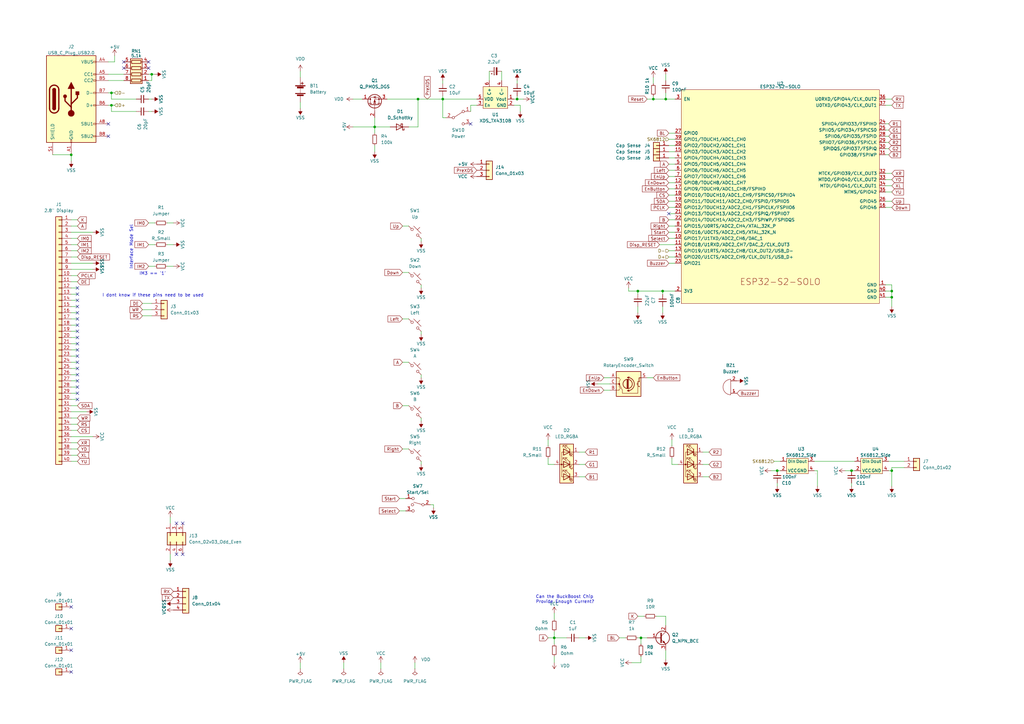
<source format=kicad_sch>
(kicad_sch (version 20211123) (generator eeschema)
  (paper "A3")
  (junction (at 349.25 193.04))
  (junction (at 318.77 193.04))
  (junction (at 181.61 40.64))
  (junction (at 273.05 40.64))
  (junction (at 365.76 121.92))
  (junction (at 171.45 40.64))
  (junction (at 45.72 43.18))
  (junction (at 45.72 38.1))
  (junction (at 227.33 261.62))
  (junction (at 153.67 52.07))
  (junction (at 29.21 63.5))
  (junction (at 365.76 119.38))
  (junction (at 262.89 261.62))
  (junction (at 212.09 40.64))
  (junction (at 365.76 193.04))
  (junction (at 267.97 40.64) (diameter 0.9144))
  (junction (at 261.62 119.38))
  (junction (at 62.23 30.48) (diameter 0.9144))
  (junction (at 271.78 119.38))
  (no_connect (at 31.75 120.65))
  (no_connect (at 29.21 257.81))
  (no_connect (at 31.75 125.73))
  (no_connect (at 193.04 50.8))
  (no_connect (at 29.21 248.92))
  (no_connect (at 31.75 163.83))
  (no_connect (at 31.75 156.21))
  (no_connect (at 31.75 135.89))
  (no_connect (at 74.93 214.63))
  (no_connect (at 31.75 146.05))
  (no_connect (at 72.39 214.63))
  (no_connect (at 31.75 151.13))
  (no_connect (at 50.8 27.94))
  (no_connect (at 31.75 153.67))
  (no_connect (at 31.75 140.97))
  (no_connect (at 31.75 161.29))
  (no_connect (at 31.75 118.11))
  (no_connect (at 50.8 25.4))
  (no_connect (at 29.21 266.7))
  (no_connect (at 44.45 55.88))
  (no_connect (at 31.75 138.43))
  (no_connect (at 60.96 27.94))
  (no_connect (at 31.75 133.35))
  (no_connect (at 31.75 123.19))
  (no_connect (at 31.75 158.75))
  (no_connect (at 44.45 50.8))
  (no_connect (at 74.93 227.33))
  (no_connect (at 31.75 130.81))
  (no_connect (at 31.75 148.59))
  (no_connect (at 60.96 25.4))
  (no_connect (at 274.32 87.63))
  (no_connect (at 72.39 227.33))
  (no_connect (at 29.21 275.59))
  (no_connect (at 31.75 143.51))
  (no_connect (at 31.75 128.27))
  (wire (pts (xy 270.51 100.33) (xy 276.86 100.33)))
  (wire (pts (xy 212.09 33.02) (xy 212.09 34.29)))
  (wire (pts (xy 193.04 43.18) (xy 193.04 45.72)))
  (wire (pts (xy 29.21 120.65) (xy 31.75 120.65)))
  (wire (pts (xy 274.32 59.69) (xy 276.86 59.69)))
  (wire (pts (xy 267.97 31.75) (xy 267.97 34.29)))
  (wire (pts (xy 29.21 123.19) (xy 31.75 123.19)))
  (wire (pts (xy 195.58 43.18) (xy 193.04 43.18)))
  (wire (pts (xy 58.42 124.46) (xy 62.23 124.46)))
  (wire (pts (xy 227.33 261.62) (xy 227.33 264.16)))
  (wire (pts (xy 158.75 40.64) (xy 171.45 40.64)))
  (wire (pts (xy 247.65 154.94) (xy 250.19 154.94)))
  (wire (pts (xy 363.22 50.8) (xy 364.49 50.8)))
  (wire (pts (xy 363.22 82.55) (xy 365.76 82.55)))
  (wire (pts (xy 261.62 252.73) (xy 264.16 252.73)))
  (wire (pts (xy 274.32 102.87) (xy 276.86 102.87)))
  (wire (pts (xy 172.72 189.23) (xy 172.72 190.5)))
  (wire (pts (xy 363.22 76.2) (xy 365.76 76.2)))
  (wire (pts (xy 156.21 271.78) (xy 156.21 274.32)))
  (wire (pts (xy 288.29 190.5) (xy 290.83 190.5)))
  (wire (pts (xy 363.22 40.64) (xy 365.76 40.64)))
  (wire (pts (xy 271.78 119.38) (xy 276.86 119.38)))
  (wire (pts (xy 245.11 157.48) (xy 250.19 157.48)))
  (wire (pts (xy 363.22 63.5) (xy 364.49 63.5)))
  (wire (pts (xy 29.21 171.45) (xy 31.75 171.45)))
  (wire (pts (xy 44.45 30.48) (xy 50.8 30.48)))
  (wire (pts (xy 29.21 173.99) (xy 31.75 173.99)))
  (wire (pts (xy 167.64 52.07) (xy 171.45 52.07)))
  (wire (pts (xy 224.79 187.96) (xy 224.79 190.5)))
  (wire (pts (xy 262.89 261.62) (xy 265.43 261.62)))
  (wire (pts (xy 29.21 143.51) (xy 31.75 143.51)))
  (wire (pts (xy 29.21 135.89) (xy 31.75 135.89)))
  (wire (pts (xy 349.25 193.04) (xy 350.52 193.04)))
  (wire (pts (xy 237.49 190.5) (xy 240.03 190.5)))
  (wire (pts (xy 44.45 38.1) (xy 45.72 38.1)))
  (wire (pts (xy 227.33 251.46) (xy 227.33 254)))
  (wire (pts (xy 29.21 138.43) (xy 31.75 138.43)))
  (wire (pts (xy 153.67 48.26) (xy 153.67 52.07)))
  (wire (pts (xy 68.58 109.22) (xy 71.12 109.22)))
  (wire (pts (xy 274.32 107.95) (xy 276.86 107.95)))
  (wire (pts (xy 349.25 198.12) (xy 349.25 199.39)))
  (wire (pts (xy 153.67 59.69) (xy 153.67 62.23)))
  (wire (pts (xy 274.32 87.63) (xy 276.86 87.63)))
  (wire (pts (xy 210.82 40.64) (xy 212.09 40.64)))
  (wire (pts (xy 213.36 43.18) (xy 210.82 43.18)))
  (wire (pts (xy 265.43 40.64) (xy 267.97 40.64)))
  (wire (pts (xy 29.21 184.15) (xy 31.75 184.15)))
  (wire (pts (xy 365.76 116.84) (xy 365.76 119.38)))
  (wire (pts (xy 29.21 163.83) (xy 31.75 163.83)))
  (wire (pts (xy 363.22 60.96) (xy 364.49 60.96)))
  (wire (pts (xy 29.21 110.49) (xy 38.1 110.49)))
  (wire (pts (xy 172.72 97.79) (xy 172.72 99.06)))
  (wire (pts (xy 123.19 41.91) (xy 123.19 44.45)))
  (wire (pts (xy 363.22 73.66) (xy 365.76 73.66)))
  (wire (pts (xy 29.21 148.59) (xy 31.75 148.59)))
  (wire (pts (xy 44.45 25.4) (xy 46.99 25.4)))
  (wire (pts (xy 165.1 166.37) (xy 167.64 166.37)))
  (wire (pts (xy 29.21 146.05) (xy 31.75 146.05)))
  (wire (pts (xy 274.32 74.93) (xy 276.86 74.93)))
  (wire (pts (xy 29.21 92.71) (xy 31.75 92.71)))
  (wire (pts (xy 29.21 176.53) (xy 31.75 176.53)))
  (wire (pts (xy 205.74 29.21) (xy 205.74 33.02)))
  (wire (pts (xy 172.72 116.84) (xy 172.72 118.11)))
  (wire (pts (xy 171.45 40.64) (xy 181.61 40.64)))
  (wire (pts (xy 363.22 78.74) (xy 365.76 78.74)))
  (wire (pts (xy 60.96 30.48) (xy 62.23 30.48)))
  (wire (pts (xy 181.61 33.02) (xy 181.61 34.29)))
  (wire (pts (xy 29.21 153.67) (xy 31.75 153.67)))
  (wire (pts (xy 363.22 71.12) (xy 365.76 71.12)))
  (wire (pts (xy 29.21 113.03) (xy 31.75 113.03)))
  (wire (pts (xy 318.77 198.12) (xy 318.77 199.39)))
  (wire (pts (xy 69.85 212.09) (xy 69.85 214.63)))
  (wire (pts (xy 274.32 57.15) (xy 276.86 57.15)))
  (wire (pts (xy 237.49 185.42) (xy 240.03 185.42)))
  (wire (pts (xy 140.97 271.78) (xy 140.97 274.32)))
  (wire (pts (xy 265.43 154.94) (xy 267.97 154.94)))
  (wire (pts (xy 58.42 129.54) (xy 62.23 129.54)))
  (wire (pts (xy 274.32 67.31) (xy 276.86 67.31)))
  (wire (pts (xy 29.21 168.91) (xy 35.56 168.91)))
  (wire (pts (xy 274.32 80.01) (xy 276.86 80.01)))
  (wire (pts (xy 60.96 33.02) (xy 62.23 33.02)))
  (wire (pts (xy 45.72 45.72) (xy 55.88 45.72)))
  (wire (pts (xy 68.58 100.33) (xy 71.12 100.33)))
  (wire (pts (xy 29.21 151.13) (xy 31.75 151.13)))
  (wire (pts (xy 254 261.62) (xy 256.54 261.62)))
  (wire (pts (xy 182.88 48.26) (xy 181.61 48.26)))
  (wire (pts (xy 45.72 38.1) (xy 46.99 38.1)))
  (wire (pts (xy 274.32 82.55) (xy 276.86 82.55)))
  (wire (pts (xy 363.22 53.34) (xy 364.49 53.34)))
  (wire (pts (xy 274.32 64.77) (xy 276.86 64.77)))
  (wire (pts (xy 29.21 118.11) (xy 31.75 118.11)))
  (wire (pts (xy 60.96 40.64) (xy 62.23 40.64)))
  (wire (pts (xy 29.21 105.41) (xy 31.75 105.41)))
  (wire (pts (xy 274.32 105.41) (xy 276.86 105.41)))
  (wire (pts (xy 62.23 30.48) (xy 62.23 33.02)))
  (wire (pts (xy 45.72 40.64) (xy 45.72 38.1)))
  (wire (pts (xy 274.32 92.71) (xy 276.86 92.71)))
  (wire (pts (xy 237.49 195.58) (xy 240.03 195.58)))
  (wire (pts (xy 163.83 209.55) (xy 166.37 209.55)))
  (wire (pts (xy 363.22 85.09) (xy 365.76 85.09)))
  (wire (pts (xy 165.1 148.59) (xy 167.64 148.59)))
  (wire (pts (xy 271.78 119.38) (xy 271.78 120.65)))
  (wire (pts (xy 274.32 69.85) (xy 276.86 69.85)))
  (wire (pts (xy 62.23 30.48) (xy 63.5 30.48)))
  (wire (pts (xy 370.84 191.77) (xy 365.76 191.77)))
  (wire (pts (xy 123.19 29.21) (xy 123.19 31.75)))
  (wire (pts (xy 153.67 54.61) (xy 153.67 52.07)))
  (wire (pts (xy 237.49 261.62) (xy 240.03 261.62)))
  (wire (pts (xy 170.18 271.78) (xy 170.18 274.32)))
  (wire (pts (xy 29.21 156.21) (xy 31.75 156.21)))
  (wire (pts (xy 172.72 171.45) (xy 172.72 172.72)))
  (wire (pts (xy 29.21 95.25) (xy 38.1 95.25)))
  (wire (pts (xy 29.21 125.73) (xy 31.75 125.73)))
  (wire (pts (xy 45.72 45.72) (xy 45.72 43.18)))
  (wire (pts (xy 318.77 193.04) (xy 320.04 193.04)))
  (wire (pts (xy 123.19 271.78) (xy 123.19 274.32)))
  (wire (pts (xy 29.21 102.87) (xy 31.75 102.87)))
  (wire (pts (xy 165.1 184.15) (xy 167.64 184.15)))
  (wire (pts (xy 29.21 186.69) (xy 31.75 186.69)))
  (wire (pts (xy 60.96 45.72) (xy 62.23 45.72)))
  (wire (pts (xy 29.21 179.07) (xy 38.1 179.07)))
  (wire (pts (xy 259.08 271.78) (xy 262.89 271.78)))
  (wire (pts (xy 273.05 38.1) (xy 273.05 40.64)))
  (wire (pts (xy 177.8 207.01) (xy 177.8 208.28)))
  (wire (pts (xy 274.32 54.61) (xy 276.86 54.61)))
  (wire (pts (xy 365.76 199.39) (xy 365.76 193.04)))
  (wire (pts (xy 363.22 58.42) (xy 364.49 58.42)))
  (wire (pts (xy 176.53 207.01) (xy 177.8 207.01)))
  (wire (pts (xy 29.21 140.97) (xy 31.75 140.97)))
  (wire (pts (xy 29.21 100.33) (xy 31.75 100.33)))
  (wire (pts (xy 58.42 127) (xy 62.23 127)))
  (wire (pts (xy 365.76 191.77) (xy 365.76 193.04)))
  (wire (pts (xy 29.21 63.5) (xy 29.21 66.04)))
  (wire (pts (xy 29.21 97.79) (xy 31.75 97.79)))
  (wire (pts (xy 224.79 180.34) (xy 224.79 182.88)))
  (wire (pts (xy 224.79 261.62) (xy 227.33 261.62)))
  (wire (pts (xy 181.61 40.64) (xy 195.58 40.64)))
  (wire (pts (xy 317.5 189.23) (xy 320.04 189.23)))
  (wire (pts (xy 29.21 189.23) (xy 31.75 189.23)))
  (wire (pts (xy 274.32 77.47) (xy 276.86 77.47)))
  (wire (pts (xy 275.59 187.96) (xy 275.59 190.5)))
  (wire (pts (xy 261.62 119.38) (xy 261.62 120.65)))
  (wire (pts (xy 171.45 52.07) (xy 171.45 40.64)))
  (wire (pts (xy 29.21 181.61) (xy 31.75 181.61)))
  (wire (pts (xy 267.97 40.64) (xy 273.05 40.64)))
  (wire (pts (xy 335.28 193.04) (xy 334.01 193.04)))
  (wire (pts (xy 273.05 252.73) (xy 269.24 252.73)))
  (wire (pts (xy 213.36 45.72) (xy 213.36 43.18)))
  (wire (pts (xy 274.32 97.79) (xy 276.86 97.79)))
  (wire (pts (xy 364.49 189.23) (xy 370.84 189.23)))
  (wire (pts (xy 227.33 261.62) (xy 232.41 261.62)))
  (wire (pts (xy 144.78 52.07) (xy 153.67 52.07)))
  (wire (pts (xy 44.45 33.02) (xy 50.8 33.02)))
  (wire (pts (xy 227.33 259.08) (xy 227.33 261.62)))
  (wire (pts (xy 165.1 92.71) (xy 167.64 92.71)))
  (wire (pts (xy 274.32 90.17) (xy 276.86 90.17)))
  (wire (pts (xy 257.81 119.38) (xy 261.62 119.38)))
  (wire (pts (xy 144.78 40.64) (xy 148.59 40.64)))
  (wire (pts (xy 273.05 30.48) (xy 273.05 33.02)))
  (wire (pts (xy 55.88 40.64) (xy 45.72 40.64)))
  (wire (pts (xy 224.79 190.5) (xy 227.33 190.5)))
  (wire (pts (xy 271.78 125.73) (xy 271.78 128.27)))
  (wire (pts (xy 288.29 195.58) (xy 290.83 195.58)))
  (wire (pts (xy 165.1 111.76) (xy 167.64 111.76)))
  (wire (pts (xy 275.59 180.34) (xy 275.59 182.88)))
  (wire (pts (xy 273.05 266.7) (xy 273.05 270.51)))
  (wire (pts (xy 335.28 199.39) (xy 335.28 193.04)))
  (wire (pts (xy 29.21 130.81) (xy 31.75 130.81)))
  (wire (pts (xy 44.45 43.18) (xy 45.72 43.18)))
  (wire (pts (xy 181.61 40.64) (xy 181.61 48.26)))
  (wire (pts (xy 261.62 125.73) (xy 261.62 128.27)))
  (wire (pts (xy 21.59 63.5) (xy 29.21 63.5)))
  (wire (pts (xy 153.67 52.07) (xy 160.02 52.07)))
  (wire (pts (xy 257.81 118.11) (xy 257.81 119.38)))
  (wire (pts (xy 363.22 43.18) (xy 365.76 43.18)))
  (wire (pts (xy 68.58 91.44) (xy 71.12 91.44)))
  (wire (pts (xy 365.76 121.92) (xy 365.76 125.73)))
  (wire (pts (xy 288.29 185.42) (xy 290.83 185.42)))
  (wire (pts (xy 163.83 204.47) (xy 166.37 204.47)))
  (wire (pts (xy 181.61 39.37) (xy 181.61 40.64)))
  (wire (pts (xy 363.22 116.84) (xy 365.76 116.84)))
  (wire (pts (xy 274.32 62.23) (xy 276.86 62.23)))
  (wire (pts (xy 29.21 133.35) (xy 31.75 133.35)))
  (wire (pts (xy 200.66 29.21) (xy 200.66 33.02)))
  (wire (pts (xy 334.01 189.23) (xy 350.52 189.23)))
  (wire (pts (xy 273.05 256.54) (xy 273.05 252.73)))
  (wire (pts (xy 60.96 91.44) (xy 63.5 91.44)))
  (wire (pts (xy 262.89 271.78) (xy 262.89 269.24)))
  (wire (pts (xy 262.89 261.62) (xy 262.89 264.16)))
  (wire (pts (xy 212.09 39.37) (xy 212.09 40.64)))
  (wire (pts (xy 365.76 119.38) (xy 365.76 121.92)))
  (wire (pts (xy 165.1 130.81) (xy 167.64 130.81)))
  (wire (pts (xy 273.05 40.64) (xy 276.86 40.64)))
  (wire (pts (xy 261.62 261.62) (xy 262.89 261.62)))
  (wire (pts (xy 29.21 90.17) (xy 31.75 90.17)))
  (wire (pts (xy 172.72 153.67) (xy 172.72 154.94)))
  (wire (pts (xy 212.09 40.64) (xy 214.63 40.64)))
  (wire (pts (xy 274.32 95.25) (xy 276.86 95.25)))
  (wire (pts (xy 316.23 193.04) (xy 318.77 193.04)))
  (wire (pts (xy 363.22 119.38) (xy 365.76 119.38)))
  (wire (pts (xy 275.59 190.5) (xy 278.13 190.5)))
  (wire (pts (xy 69.85 227.33) (xy 69.85 229.87)))
  (wire (pts (xy 29.21 128.27) (xy 31.75 128.27)))
  (wire (pts (xy 29.21 107.95) (xy 38.1 107.95)))
  (wire (pts (xy 29.21 158.75) (xy 31.75 158.75)))
  (wire (pts (xy 29.21 166.37) (xy 31.75 166.37)))
  (wire (pts (xy 363.22 55.88) (xy 364.49 55.88)))
  (wire (pts (xy 346.71 193.04) (xy 349.25 193.04)))
  (wire (pts (xy 45.72 43.18) (xy 46.99 43.18)))
  (wire (pts (xy 267.97 39.37) (xy 267.97 40.64)))
  (wire (pts (xy 274.32 85.09) (xy 276.86 85.09)))
  (wire (pts (xy 365.76 193.04) (xy 364.49 193.04)))
  (wire (pts (xy 363.22 121.92) (xy 365.76 121.92)))
  (wire (pts (xy 46.99 25.4) (xy 46.99 22.86)))
  (wire (pts (xy 261.62 119.38) (xy 271.78 119.38)))
  (wire (pts (xy 247.65 160.02) (xy 250.19 160.02)))
  (wire (pts (xy 274.32 72.39) (xy 276.86 72.39)))
  (wire (pts (xy 227.33 269.24) (xy 227.33 271.78)))
  (wire (pts (xy 29.21 115.57) (xy 31.75 115.57)))
  (wire (pts (xy 60.96 109.22) (xy 63.5 109.22)))
  (wire (pts (xy 29.21 161.29) (xy 31.75 161.29)))
  (wire (pts (xy 172.72 135.89) (xy 172.72 137.16)))
  (wire (pts (xy 60.96 100.33) (xy 63.5 100.33)))
  (text "Interface Mode Sel\n" (at 54.61 110.49 90) (effects (font (size 1.27 1.27)) (justify left bottom)))
  (text "IM3 == '1'" (at 57.15 113.03 0) (effects (font (size 1.27 1.27)) (justify left bottom)))
  (text "Can the BuckBoost Chip\nProvide Enough Current?" (at 219.71 247.65 0) (effects (font (size 1.27 1.27)) (justify left bottom)))
  (text "I dont know if these pins need to be used\n" (at 41.91 121.92 0) (effects (font (size 1.27 1.27)) (justify left bottom)))
  (global_label "Select" (shape input) (at 274.32 97.79 180) (property "Intersheet References" "${INTERSHEET_REFS}" (effects hide)))
  (global_label "R2" (shape input) (at 290.83 185.42 0) (property "Intersheet References" "${INTERSHEET_REFS}" (effects hide)))
  (global_label "Disp_RESET" (shape input) (at 270.51 100.33 180) (property "Intersheet References" "${INTERSHEET_REFS}" (effects hide)))
  (global_label "XL" (shape input) (at 31.75 186.69 0) (property "Intersheet References" "${INTERSHEET_REFS}" (effects hide)))
  (global_label "CS" (shape input) (at 274.32 80.01 180) (property "Intersheet References" "${INTERSHEET_REFS}" (effects hide)))
  (global_label "B2" (shape input) (at 290.83 195.58 0) (property "Intersheet References" "${INTERSHEET_REFS}" (effects hide)))
  (global_label "BL" (shape input) (at 254 261.62 180) (property "Intersheet References" "${INTERSHEET_REFS}" (effects hide)))
  (global_label "Select" (shape input) (at 163.83 209.55 180) (property "Intersheet References" "${INTERSHEET_REFS}" (effects hide)))
  (global_label "RS" (shape input) (at 58.42 129.54 180) (property "Intersheet References" "${INTERSHEET_REFS}" (effects hide)))
  (global_label "PCLK" (shape input) (at 274.32 85.09 180) (property "Intersheet References" "${INTERSHEET_REFS}" (effects hide)))
  (global_label "A" (shape input) (at 165.1 148.59 180) (property "Intersheet References" "${INTERSHEET_REFS}" (effects hide)))
  (global_label "G2" (shape input) (at 290.83 190.5 0) (property "Intersheet References" "${INTERSHEET_REFS}" (effects hide)))
  (global_label "IM1" (shape input) (at 31.75 100.33 0) (property "Intersheet References" "${INTERSHEET_REFS}" (effects hide)))
  (global_label "EnDown" (shape input) (at 274.32 74.93 180) (property "Intersheet References" "${INTERSHEET_REFS}" (effects hide)))
  (global_label "EnUp" (shape input) (at 247.65 154.94 180) (property "Intersheet References" "${INTERSHEET_REFS}" (effects hide)))
  (global_label "RS" (shape input) (at 31.75 173.99 0) (property "Intersheet References" "${INTERSHEET_REFS}" (effects hide)))
  (global_label "TX" (shape input) (at 71.12 245.11 180) (property "Intersheet References" "${INTERSHEET_REFS}" (effects hide)))
  (global_label "Buzzer" (shape input) (at 274.32 107.95 180) (property "Intersheet References" "${INTERSHEET_REFS}" (effects hide)))
  (global_label "WR" (shape input) (at 58.42 127 180) (property "Intersheet References" "${INTERSHEET_REFS}" (effects hide)))
  (global_label "Left" (shape input) (at 274.32 69.85 180) (property "Intersheet References" "${INTERSHEET_REFS}" (effects hide)))
  (global_label "PreXDS" (shape input) (at 195.58 69.85 180) (property "Intersheet References" "${INTERSHEET_REFS}" (effects hide)))
  (global_label "EnUp" (shape input) (at 274.32 72.39 180) (property "Intersheet References" "${INTERSHEET_REFS}" (effects hide)))
  (global_label "EnDown" (shape input) (at 247.65 160.02 180) (property "Intersheet References" "${INTERSHEET_REFS}" (effects hide)))
  (global_label "XL" (shape input) (at 365.76 76.2 0) (property "Intersheet References" "${INTERSHEET_REFS}" (effects hide)))
  (global_label "Down" (shape input) (at 365.76 85.09 0) (property "Intersheet References" "${INTERSHEET_REFS}" (effects hide)))
  (global_label "G1" (shape input) (at 240.03 190.5 0) (property "Intersheet References" "${INTERSHEET_REFS}" (effects hide)))
  (global_label "IM1" (shape input) (at 60.96 100.33 180) (property "Intersheet References" "${INTERSHEET_REFS}" (effects hide)))
  (global_label "PCLK" (shape input) (at 31.75 113.03 0) (property "Intersheet References" "${INTERSHEET_REFS}" (effects hide)))
  (global_label "XR" (shape input) (at 31.75 181.61 0) (property "Intersheet References" "${INTERSHEET_REFS}" (effects hide)))
  (global_label "B" (shape input) (at 165.1 166.37 180) (property "Intersheet References" "${INTERSHEET_REFS}" (effects hide)))
  (global_label "WR" (shape input) (at 31.75 171.45 0) (property "Intersheet References" "${INTERSHEET_REFS}" (effects hide)))
  (global_label "R2" (shape input) (at 364.49 58.42 0) (property "Intersheet References" "${INTERSHEET_REFS}" (effects hide)))
  (global_label "R1" (shape input) (at 364.49 50.8 0) (property "Intersheet References" "${INTERSHEET_REFS}" (effects hide)))
  (global_label "EnButton" (shape input) (at 267.97 154.94 0) (property "Intersheet References" "${INTERSHEET_REFS}" (effects hide)))
  (global_label "Down" (shape input) (at 165.1 111.76 180) (property "Intersheet References" "${INTERSHEET_REFS}" (effects hide)))
  (global_label "YD" (shape input) (at 31.75 184.15 0) (property "Intersheet References" "${INTERSHEET_REFS}" (effects hide)))
  (global_label "G2" (shape input) (at 364.49 60.96 0) (property "Intersheet References" "${INTERSHEET_REFS}" (effects hide)))
  (global_label "Right" (shape input) (at 274.32 92.71 180) (property "Intersheet References" "${INTERSHEET_REFS}" (effects hide)))
  (global_label "EnButton" (shape input) (at 274.32 77.47 180) (property "Intersheet References" "${INTERSHEET_REFS}" (effects hide)))
  (global_label "Right" (shape input) (at 165.1 184.15 180) (property "Intersheet References" "${INTERSHEET_REFS}" (effects hide)))
  (global_label "DE" (shape input) (at 31.75 115.57 0) (property "Intersheet References" "${INTERSHEET_REFS}" (effects hide)))
  (global_label "CS" (shape input) (at 31.75 176.53 0) (property "Intersheet References" "${INTERSHEET_REFS}" (effects hide)))
  (global_label "RX" (shape input) (at 365.76 40.64 0) (property "Intersheet References" "${INTERSHEET_REFS}" (effects hide)))
  (global_label "BL" (shape input) (at 274.32 54.61 180) (property "Intersheet References" "${INTERSHEET_REFS}" (effects hide)))
  (global_label "TX" (shape input) (at 365.76 43.18 0) (property "Intersheet References" "${INTERSHEET_REFS}" (effects hide)))
  (global_label "Disp_RESET" (shape input) (at 31.75 105.41 0) (property "Intersheet References" "${INTERSHEET_REFS}" (effects hide)))
  (global_label "XR" (shape input) (at 365.76 71.12 0) (property "Intersheet References" "${INTERSHEET_REFS}" (effects hide)))
  (global_label "IM2" (shape input) (at 60.96 109.22 180) (property "Intersheet References" "${INTERSHEET_REFS}" (effects hide)))
  (global_label "Up" (shape input) (at 165.1 92.71 180) (property "Intersheet References" "${INTERSHEET_REFS}" (effects hide)))
  (global_label "B2" (shape input) (at 364.49 63.5 0) (property "Intersheet References" "${INTERSHEET_REFS}" (effects hide)))
  (global_label "YU" (shape input) (at 365.76 78.74 0) (property "Intersheet References" "${INTERSHEET_REFS}" (effects hide)))
  (global_label "SDA" (shape input) (at 274.32 82.55 180) (property "Intersheet References" "${INTERSHEET_REFS}" (effects hide)))
  (global_label "Left" (shape input) (at 165.1 130.81 180) (property "Intersheet References" "${INTERSHEET_REFS}" (effects hide)))
  (global_label "YD" (shape input) (at 365.76 73.66 0) (property "Intersheet References" "${INTERSHEET_REFS}" (effects hide)))
  (global_label "IM0" (shape input) (at 31.75 97.79 0) (property "Intersheet References" "${INTERSHEET_REFS}" (effects hide)))
  (global_label "Buzzer" (shape input) (at 302.26 161.29 0) (property "Intersheet References" "${INTERSHEET_REFS}" (effects hide)))
  (global_label "IM0" (shape input) (at 60.96 91.44 180) (property "Intersheet References" "${INTERSHEET_REFS}" (effects hide)))
  (global_label "IM2" (shape input) (at 31.75 102.87 0) (property "Intersheet References" "${INTERSHEET_REFS}" (effects hide)))
  (global_label "A" (shape input) (at 274.32 67.31 180) (property "Intersheet References" "${INTERSHEET_REFS}" (effects hide)))
  (global_label "A" (shape input) (at 224.79 261.62 180) (property "Intersheet References" "${INTERSHEET_REFS}" (effects hide)))
  (global_label "B1" (shape input) (at 240.03 195.58 0) (property "Intersheet References" "${INTERSHEET_REFS}" (effects hide)))
  (global_label "Start" (shape input) (at 274.32 95.25 180) (property "Intersheet References" "${INTERSHEET_REFS}" (effects hide)))
  (global_label "YU" (shape input) (at 31.75 189.23 0) (property "Intersheet References" "${INTERSHEET_REFS}" (effects hide)))
  (global_label "DE" (shape input) (at 58.42 124.46 180) (property "Intersheet References" "${INTERSHEET_REFS}" (effects hide)))
  (global_label "B1" (shape input) (at 364.49 55.88 0) (property "Intersheet References" "${INTERSHEET_REFS}" (effects hide)))
  (global_label "B" (shape input) (at 274.32 90.17 180) (property "Intersheet References" "${INTERSHEET_REFS}" (effects hide)))
  (global_label "Up" (shape input) (at 365.76 82.55 0) (property "Intersheet References" "${INTERSHEET_REFS}" (effects hide)))
  (global_label "SDA" (shape input) (at 31.75 166.37 0) (property "Intersheet References" "${INTERSHEET_REFS}" (effects hide)))
  (global_label "K" (shape input) (at 31.75 90.17 0) (property "Intersheet References" "${INTERSHEET_REFS}" (effects hide)))
  (global_label "PreXDS" (shape input) (at 175.26 40.64 90) (property "Intersheet References" "${INTERSHEET_REFS}" (effects hide)))
  (global_label "RX" (shape input) (at 71.12 242.57 180) (property "Intersheet References" "${INTERSHEET_REFS}" (effects hide)))
  (global_label "A" (shape input) (at 31.75 92.71 0) (property "Intersheet References" "${INTERSHEET_REFS}" (effects hide)))
  (global_label "G1" (shape input) (at 364.49 53.34 0) (property "Intersheet References" "${INTERSHEET_REFS}" (effects hide)))
  (global_label "R1" (shape input) (at 240.03 185.42 0) (property "Intersheet References" "${INTERSHEET_REFS}" (effects hide)))
  (global_label "Start" (shape input) (at 163.83 204.47 180) (property "Intersheet References" "${INTERSHEET_REFS}" (effects hide)))
  (global_label "K" (shape input) (at 261.62 252.73 180) (property "Intersheet References" "${INTERSHEET_REFS}" (effects hide)))
  (global_label "Reset" (shape input) (at 265.43 40.64 180) (property "Intersheet References" "${INTERSHEET_REFS}" (effects hide)))
  (hierarchical_label "SK6812" (shape input) (at 317.5 189.23 180))
  (hierarchical_label "D+" (shape input) (at 274.32 105.41 180))
  (hierarchical_label "D+" (shape input) (at 46.99 43.18 0))
  (hierarchical_label "D-" (shape input) (at 274.32 102.87 180))
  (hierarchical_label "D-" (shape input) (at 46.99 38.1 0))
  (hierarchical_label "SK6812" (shape input) (at 274.32 57.15 180))
  (symbol (lib_id "power:VSS") (at 365.76 199.39 180) (unit 1)
    (property "Reference" "#PWR0143" (effects hide))
    (property "Value" "VSS" (at 365.76 203.2 0))
  )
  (symbol (lib_id "power:VCC") (at 259.08 271.78 90) (mirror x) (unit 1)
    (property "Reference" "#PWR0153" (effects hide))
    (property "Value" "VCC" (at 255.27 271.78 0))
  )
  (symbol (lib_id "power:VSS") (at 172.72 190.5 180) (unit 1)
    (property "Reference" "#PWR0135" (effects hide))
    (property "Value" "VSS" (at 172.72 194.31 0))
  )
  (symbol (lib_id "power:VSS") (at 172.72 118.11 180) (unit 1)
    (property "Reference" "#PWR0116" (effects hide))
    (property "Value" "VSS" (at 172.72 121.92 0))
  )
  (symbol (lib_id "Device:C_Small") (at 273.05 35.56 180) (unit 1)
    (property "Reference" "C9" (at 275.59 34.29 0) (effects (justify right)))
    (property "Value" "100nF" (at 275.59 36.83 0) (effects (justify right)))
    (property "Footprint" "Capacitor_SMD:C_0805_2012Metric" (effects hide))
  )
  (symbol (lib_name "SK6812_Side_2") (lib_id "BSides22:SK6812_Side") (at 358.14 186.69 0) (unit 1)
    (property "Reference" "U4" (at 359.0925 184.15 0))
    (property "Value" "SK6812_Side" (at 359.0925 186.69 0))
    (property "Footprint" "Bsides22:SK6812_Side" (effects hide))
  )
  (symbol (lib_id "power:VDD") (at 144.78 40.64 90) (unit 1)
    (property "Reference" "#PWR013" (effects hide))
    (property "Value" "VDD" (at 140.97 40.6399 90) (effects (justify left)))
  )
  (symbol (lib_id "Device:D_Schottky") (at 163.83 52.07 180) (unit 1)
    (property "Reference" "D1" (at 164.1475 45.72 0))
    (property "Value" "D_Schottky" (at 164.1475 48.26 0))
    (property "Footprint" "Diode_SMD:D_SOD-123" (effects hide))
  )
  (symbol (lib_id "Device:R_Small") (at 275.59 185.42 0) (unit 1)
    (property "Reference" "R12" (at 273.05 184.1499 0) (effects (justify right)))
    (property "Value" "R_Small" (at 273.05 186.6899 0) (effects (justify right)))
    (property "Footprint" "Resistor_SMD:R_0805_2012Metric" (effects hide))
  )
  (symbol (lib_id "power:VSS") (at 62.23 40.64 270) (unit 1)
    (property "Reference" "#PWR0104" (effects hide))
    (property "Value" "VSS" (at 66.04 40.64 0))
  )
  (symbol (lib_id "power:VSS") (at 38.1 110.49 270) (unit 1)
    (property "Reference" "#PWR0107" (effects hide))
    (property "Value" "VSS" (at 41.91 110.49 0))
  )
  (symbol (lib_id "Device:R_Small") (at 66.04 100.33 90) (unit 1)
    (property "Reference" "R2" (at 66.04 95.25 90))
    (property "Value" "R_Small" (at 66.04 97.79 90))
    (property "Footprint" "Resistor_SMD:R_0805_2012Metric" (effects hide))
  )
  (symbol (lib_id "power:VCC") (at 71.12 250.19 90) (unit 1)
    (property "Reference" "#PWR0120" (effects hide))
    (property "Value" "VCC" (at 67.31 250.19 0))
  )
  (symbol (lib_id "Connector_Generic:Conn_01x02") (at 375.92 189.23 0) (unit 1)
    (property "Reference" "J7" (at 378.46 189.2299 0) (effects (justify left)))
    (property "Value" "Conn_01x02" (at 378.46 191.7699 0) (effects (justify left)))
    (property "Footprint" "Connector_PinSocket_2.54mm:PinSocket_1x02_P2.54mm_Vertical" (effects hide))
  )
  (symbol (lib_id "power:VSS") (at 240.03 261.62 270) (unit 1)
    (property "Reference" "#PWR0133" (effects hide))
    (property "Value" "VSS" (at 243.84 261.62 0))
  )
  (symbol (lib_id "power:VCC") (at 38.1 179.07 270) (mirror x) (unit 1)
    (property "Reference" "#PWR0108" (effects hide))
    (property "Value" "VCC" (at 41.91 179.07 0))
  )
  (symbol (lib_id "Device:LED_RGBA") (at 283.21 190.5 0) (mirror y) (unit 1)
    (property "Reference" "D3" (at 283.21 176.53 0))
    (property "Value" "LED_RGBA" (at 283.21 179.07 0))
    (property "Footprint" "RedVillage:XL-3227RGB_LED" (effects hide))
  )
  (symbol (lib_id "Device:R_Small") (at 227.33 256.54 0) (unit 1)
    (property "Reference" "R5" (at 224.79 255.2699 0) (effects (justify right)))
    (property "Value" "0ohm" (at 224.79 257.8099 0) (effects (justify right)))
    (property "Footprint" "Resistor_SMD:R_0805_2012Metric" (effects hide))
  )
  (symbol (lib_id "Connector_Generic:Conn_01x01") (at 24.13 266.7 180) (unit 1)
    (property "Reference" "J11" (at 24.13 261.62 0))
    (property "Value" "Conn_01x01" (at 24.13 264.16 0))
    (property "Footprint" "cafebabe:SMD Spacer M2.5" (effects hide))
  )
  (symbol (lib_id "Device:R_Small") (at 262.89 266.7 180) (unit 1)
    (property "Reference" "R8" (at 267.97 265.43 0) (effects (justify left)))
    (property "Value" "10k" (at 267.97 267.97 0) (effects (justify left)))
    (property "Footprint" "Resistor_SMD:R_0805_2012Metric" (effects hide))
  )
  (symbol (lib_id "power:VCC") (at 71.12 91.44 270) (mirror x) (unit 1)
    (property "Reference" "#PWR0121" (effects hide))
    (property "Value" "VCC" (at 74.93 91.44 0))
  )
  (symbol (lib_id "power:VCC") (at 156.21 271.78 0) (mirror y) (unit 1)
    (property "Reference" "#PWR0155" (effects hide))
    (property "Value" "VCC" (at 156.21 267.97 0))
  )
  (symbol (lib_id "power:VSS") (at 29.21 66.04 180) (unit 1)
    (property "Reference" "#PWR0101" (effects hide))
    (property "Value" "VSS" (at 29.21 69.85 0))
  )
  (symbol (lib_id "power:VSS") (at 212.09 33.02 0) (unit 1)
    (property "Reference" "#PWR0122" (effects hide))
    (property "Value" "VSS" (at 212.09 29.21 0))
  )
  (symbol (lib_id "power:VSS") (at 172.72 172.72 180) (unit 1)
    (property "Reference" "#PWR0136" (effects hide))
    (property "Value" "VSS" (at 172.72 176.53 0))
  )
  (symbol (lib_id "power:VCC") (at 275.59 180.34 0) (unit 1)
    (property "Reference" "#PWR0151" (effects hide))
    (property "Value" "VCC" (at 275.59 175.26 0))
  )
  (symbol (lib_id "power:VSS") (at 63.5 30.48 270) (unit 1)
    (property "Reference" "#PWR0102" (effects hide))
    (property "Value" "VSS" (at 67.31 30.48 0))
  )
  (symbol (lib_id "Device:C_Small") (at 271.78 123.19 0) (unit 1)
    (property "Reference" "C8" (at 278.13 123.19 90))
    (property "Value" "100nF" (at 275.59 123.19 90))
    (property "Footprint" "Capacitor_SMD:C_0805_2012Metric" (effects hide))
  )
  (symbol (lib_id "Switch:SW_Push_45deg") (at 170.18 114.3 0) (unit 1)
    (property "Reference" "SW2" (at 170.18 106.68 0))
    (property "Value" "Down" (at 170.18 109.22 0))
    (property "Footprint" "RedVillage:BZCN-TSC005A_Button" (effects hide))
  )
  (symbol (lib_id "power:VCC") (at 224.79 180.34 0) (unit 1)
    (property "Reference" "#PWR03" (effects hide))
    (property "Value" "VCC" (at 224.79 175.26 0))
  )
  (symbol (lib_id "power:VSS") (at 335.28 199.39 180) (unit 1)
    (property "Reference" "#PWR0142" (effects hide))
    (property "Value" "VSS" (at 335.28 203.2 0))
  )
  (symbol (lib_id "power:+5V") (at 46.99 22.86 0) (unit 1)
    (property "Reference" "#PWR0129" (effects hide))
    (property "Value" "+5V" (at 46.99 19.304 0))
  )
  (symbol (lib_id "Connector_Generic:Conn_01x01") (at 269.24 62.23 180) (unit 1)
    (property "Reference" "J5" (at 266.7 62.23 0) (effects (justify left)))
    (property "Value" "Cap Sense" (at 262.89 62.23 0) (effects (justify left)))
    (property "Footprint" "Bsides22:CapSense" (effects hide))
  )
  (symbol (lib_id "power:VSS") (at 318.77 199.39 180) (unit 1)
    (property "Reference" "#PWR0144" (effects hide))
    (property "Value" "VSS" (at 318.77 203.2 0))
  )
  (symbol (lib_id "power:VCC") (at 267.97 31.75 0) (unit 1)
    (property "Reference" "#PWR0148" (effects hide))
    (property "Value" "VCC" (at 267.97 27.94 0))
  )
  (symbol (lib_id "Device:R_Small") (at 227.33 266.7 0) (unit 1)
    (property "Reference" "R6" (at 229.87 265.4299 0) (effects (justify left)))
    (property "Value" "0ohm" (at 229.87 267.9699 0) (effects (justify left)))
    (property "Footprint" "Resistor_SMD:R_0805_2012Metric" (effects hide))
  )
  (symbol (lib_id "Device:R_Pack04") (at 55.88 27.94 90) (unit 1)
    (property "Reference" "RN1" (at 55.88 20.955 90))
    (property "Value" "5.1k" (at 55.88 22.86 90))
    (property "Footprint" "Resistor_SMD:R_Array_Convex_4x0603" (effects hide))
  )
  (symbol (lib_id "Connector_Generic:Conn_01x01") (at 269.24 59.69 180) (unit 1)
    (property "Reference" "J4" (at 266.7 59.69 0) (effects (justify left)))
    (property "Value" "Cap Sense" (at 262.89 59.69 0) (effects (justify left)))
    (property "Footprint" "CornConStranger:CapSence" (effects hide))
  )
  (symbol (lib_id "power:VSS") (at 181.61 33.02 0) (unit 1)
    (property "Reference" "#PWR0119" (effects hide))
    (property "Value" "VSS" (at 181.61 29.21 0))
  )
  (symbol (lib_id "power:+5V") (at 123.19 271.78 0) (unit 1)
    (property "Reference" "#PWR0147" (effects hide))
    (property "Value" "+5V" (at 123.19 268.224 0))
  )
  (symbol (lib_id "power:VSS") (at 261.62 128.27 180) (unit 1)
    (property "Reference" "#PWR0130" (effects hide))
    (property "Value" "VSS" (at 261.62 132.08 0))
  )
  (symbol (lib_id "Device:C_Small") (at 181.61 36.83 180) (unit 1)
    (property "Reference" "C2" (at 184.15 35.5535 0) (effects (justify right)))
    (property "Value" "10uF" (at 184.15 38.0935 0) (effects (justify right)))
    (property "Footprint" "Capacitor_SMD:C_0805_2012Metric" (effects hide))
  )
  (symbol (lib_id "power:+5V") (at 144.78 52.07 90) (unit 1)
    (property "Reference" "#PWR0146" (effects hide))
    (property "Value" "+5V" (at 141.224 52.07 0))
  )
  (symbol (lib_id "ESP32_C3:XDS_TX4310B") (at 203.2 38.1 0) (unit 1)
    (property "Reference" "U1" (at 203.2 46.99 0))
    (property "Value" "XDS_TX4310B" (at 203.2 49.53 0))
    (property "Footprint" "Package_TO_SOT_SMD:TSOT-23-6_HandSoldering" (effects hide))
  )
  (symbol (lib_id "RedVillage:RotaryEncoder_Switch") (at 257.81 157.48 0) (unit 1)
    (property "Reference" "SW9" (at 257.81 147.32 0))
    (property "Value" "RotaryEncoder_Switch" (at 257.81 149.86 0))
    (property "Footprint" "RedVillage:SIQ-02FVS3_Encoder" (effects hide))
  )
  (symbol (lib_id "power:VSS") (at 365.76 125.73 180) (unit 1)
    (property "Reference" "#PWR0145" (effects hide))
    (property "Value" "VSS" (at 365.76 129.54 0))
  )
  (symbol (lib_id "power:VSS") (at 271.78 128.27 180) (unit 1)
    (property "Reference" "#PWR0131" (effects hide))
    (property "Value" "VSS" (at 271.78 132.08 0))
  )
  (symbol (lib_id "power:VSS") (at 273.05 30.48 0) (unit 1)
    (property "Reference" "#PWR0118" (effects hide))
    (property "Value" "VSS" (at 273.05 26.67 0))
  )
  (symbol (lib_id "Device:R_Small") (at 153.67 57.15 0) (unit 1)
    (property "Reference" "R4" (at 156.21 55.8799 0) (effects (justify left)))
    (property "Value" "100k" (at 156.21 58.4199 0) (effects (justify left)))
    (property "Footprint" "Resistor_SMD:R_0805_2012Metric" (effects hide))
  )
  (symbol (lib_id "Connector_Generic:Conn_01x03") (at 67.31 127 0) (unit 1)
    (property "Reference" "J3" (at 69.85 125.7299 0) (effects (justify left)))
    (property "Value" "Conn_01x03" (at 69.85 128.2699 0) (effects (justify left)))
    (property "Footprint" "Connector_PinHeader_2.54mm:PinHeader_1x03_P2.54mm_Vertical" (effects hide))
  )
  (symbol (lib_id "power:VSS") (at 349.25 199.39 180) (unit 1)
    (property "Reference" "#PWR0141" (effects hide))
    (property "Value" "VSS" (at 349.25 203.2 0))
  )
  (symbol (lib_id "power:VCC") (at 227.33 251.46 0) (mirror y) (unit 1)
    (property "Reference" "#PWR0154" (effects hide))
    (property "Value" "VCC" (at 227.33 247.65 0))
  )
  (symbol (lib_id "power:VDD") (at 170.18 271.78 0) (unit 1)
    (property "Reference" "#PWR0127" (effects hide))
    (property "Value" "VDD" (at 172.72 270.5099 0) (effects (justify left)))
  )
  (symbol (lib_id "Connector_Generic:Conn_01x04") (at 76.2 245.11 0) (unit 1)
    (property "Reference" "J8" (at 78.74 245.1099 0) (effects (justify left)))
    (property "Value" "Conn_01x04" (at 78.74 247.6499 0) (effects (justify left)))
    (property "Footprint" "Connector_PinSocket_2.54mm:PinSocket_1x04_P2.54mm_Vertical" (effects hide))
  )
  (symbol (lib_id "Device:C_Small") (at 318.77 195.58 0) (unit 1)
    (property "Reference" "C10" (at 322.58 198.12 0))
    (property "Value" "100nF" (at 323.85 195.58 0))
    (property "Footprint" "Capacitor_SMD:C_0805_2012Metric" (effects hide))
  )
  (symbol (lib_id "power:VSS") (at 172.72 137.16 180) (unit 1)
    (property "Reference" "#PWR0139" (effects hide))
    (property "Value" "VSS" (at 172.72 140.97 0))
  )
  (symbol (lib_id "Device:C_Small") (at 349.25 195.58 0) (unit 1)
    (property "Reference" "C11" (at 353.06 198.12 0))
    (property "Value" "100nF" (at 354.33 195.58 0))
    (property "Footprint" "Capacitor_SMD:C_0805_2012Metric" (effects hide))
  )
  (symbol (lib_id "Device:C_Small") (at 234.95 261.62 90) (unit 1)
    (property "Reference" "C1" (at 234.9563 255.27 90))
    (property "Value" "1uF" (at 234.9563 257.81 90))
    (property "Footprint" "Capacitor_SMD:C_0805_2012Metric" (effects hide))
  )
  (symbol (lib_id "Device:C_Small") (at 261.62 123.19 0) (unit 1)
    (property "Reference" "C7" (at 267.97 123.19 90))
    (property "Value" "22uF" (at 265.43 123.19 90))
    (property "Footprint" "Capacitor_SMD:C_0805_2012Metric" (effects hide))
  )
  (symbol (lib_id "Device:Buzzer") (at 299.72 158.75 180) (unit 1)
    (property "Reference" "BZ1" (at 299.72 149.86 0))
    (property "Value" "Buzzer" (at 299.72 152.4 0))
    (property "Footprint" "Bsides22:FUET-9032-Buzzer" (effects hide))
  )
  (symbol (lib_id "power:VCC") (at 69.85 212.09 0) (mirror y) (unit 1)
    (property "Reference" "#PWR0111" (effects hide))
    (property "Value" "VCC" (at 69.85 208.28 0))
  )
  (symbol (lib_id "power:VSS") (at 140.97 271.78 0) (unit 1)
    (property "Reference" "#PWR0134" (effects hide))
    (property "Value" "VSS" (at 140.97 267.97 0))
  )
  (symbol (lib_id "power:PWR_FLAG") (at 123.19 274.32 180) (unit 1)
    (property "Reference" "#FLG0104" (effects hide))
    (property "Value" "PWR_FLAG" (at 123.19 279.4 0))
  )
  (symbol (lib_id "power:VSS") (at 302.26 156.21 270) (unit 1)
    (property "Reference" "#PWR0126" (effects hide))
    (property "Value" "VSS" (at 306.07 156.21 0))
  )
  (symbol (lib_id "Switch:SW_SPDT") (at 187.96 48.26 0) (unit 1)
    (property "Reference" "SW10" (at 187.96 53.34 0))
    (property "Value" "Power" (at 187.96 55.88 0))
    (property "Footprint" "UE-ButtonSwitch:SK-3296S_switch" (effects hide))
  )
  (symbol (lib_id "Device:C_Polarized_Small") (at 203.2 29.21 90) (unit 1)
    (property "Reference" "C3" (at 202.6539 22.86 90))
    (property "Value" "2.2uF" (at 202.6539 25.4 90))
    (property "Footprint" "RedVillage:C_0805_2012Metric" (effects hide))
  )
  (symbol (lib_name "SK6812_Side_2") (lib_id "BSides22:SK6812_Side") (at 327.66 186.69 0) (unit 1)
    (property "Reference" "U3" (at 328.6125 184.15 0))
    (property "Value" "SK6812_Side" (at 328.6125 186.69 0))
    (property "Footprint" "Bsides22:SK6812_Side" (effects hide))
  )
  (symbol (lib_id "Device:C_Small") (at 212.09 36.83 180) (unit 1)
    (property "Reference" "C4" (at 214.63 35.5535 0) (effects (justify right)))
    (property "Value" "10uF" (at 214.63 38.0935 0) (effects (justify right)))
    (property "Footprint" "Capacitor_SMD:C_0805_2012Metric" (effects hide))
  )
  (symbol (lib_id "power:VCC") (at 257.81 118.11 0) (unit 1)
    (property "Reference" "#PWR0128" (effects hide))
    (property "Value" "VCC" (at 257.81 114.3 0))
  )
  (symbol (lib_id "power:PWR_FLAG") (at 156.21 274.32 180) (unit 1)
    (property "Reference" "#FLG0102" (effects hide))
    (property "Value" "PWR_FLAG" (at 156.21 279.4 0))
  )
  (symbol (lib_id "power:VSS") (at 71.12 247.65 90) (unit 1)
    (property "Reference" "#PWR0112" (effects hide))
    (property "Value" "VSS" (at 67.31 247.65 0))
  )
  (symbol (lib_id "Switch:SW_Push_45deg") (at 170.18 168.91 0) (unit 1)
    (property "Reference" "SW6" (at 170.18 161.29 0))
    (property "Value" "B" (at 170.18 163.83 0))
    (property "Footprint" "RedVillage:BZCN-TSC005A_Button" (effects hide))
  )
  (symbol (lib_id "power:VSS") (at 62.23 45.72 270) (unit 1)
    (property "Reference" "#PWR0103" (effects hide))
    (property "Value" "VSS" (at 66.04 45.72 0))
  )
  (symbol (lib_id "Device:R_Small") (at 224.79 185.42 0) (unit 1)
    (property "Reference" "R11" (at 222.25 184.1499 0) (effects (justify right)))
    (property "Value" "R_Small" (at 222.25 186.6899 0) (effects (justify right)))
    (property "Footprint" "Resistor_SMD:R_0805_2012Metric" (effects hide))
  )
  (symbol (lib_id "Device:C_Small") (at 58.42 45.72 90) (unit 1)
    (property "Reference" "C6" (at 57.15 53.34 0) (effects (justify left)))
    (property "Value" "20pF" (at 59.69 53.34 0) (effects (justify left)))
    (property "Footprint" "Capacitor_SMD:C_0805_2012Metric" (effects hide))
  )
  (symbol (lib_id "power:VCC") (at 214.63 40.64 270) (unit 1)
    (property "Reference" "#PWR0149" (effects hide))
    (property "Value" "VCC" (at 218.44 40.64 0))
  )
  (symbol (lib_id "Connector_Generic:Conn_01x03") (at 200.66 69.85 0) (unit 1)
    (property "Reference" "J14" (at 203.2 68.5799 0) (effects (justify left)))
    (property "Value" "Conn_01x03" (at 203.2 71.1199 0) (effects (justify left)))
    (property "Footprint" "Connector_PinSocket_2.54mm:PinSocket_1x03_P2.54mm_Vertical" (effects hide))
  )
  (symbol (lib_id "power:VSS") (at 38.1 95.25 270) (unit 1)
    (property "Reference" "#PWR0105" (effects hide))
    (property "Value" "VSS" (at 41.91 95.25 0))
  )
  (symbol (lib_id "Device:Battery") (at 123.19 36.83 0) (unit 1)
    (property "Reference" "BT1" (at 127 35.1789 0) (effects (justify left)))
    (property "Value" "Battery" (at 127 37.7189 0) (effects (justify left)))
    (property "Footprint" "RedVillage:AA_TH" (effects hide))
  )
  (symbol (lib_id "power:PWR_FLAG") (at 140.97 274.32 180) (unit 1)
    (property "Reference" "#FLG0101" (effects hide))
    (property "Value" "PWR_FLAG" (at 140.97 279.4 0))
  )
  (symbol (lib_id "Switch:SW_Push_45deg") (at 170.18 133.35 0) (unit 1)
    (property "Reference" "SW3" (at 170.18 125.73 0))
    (property "Value" "Left" (at 170.18 128.27 0))
    (property "Footprint" "RedVillage:BZCN-TSC005A_Button" (effects hide))
  )
  (symbol (lib_id "power:+5V") (at 195.58 67.31 90) (unit 1)
    (property "Reference" "#PWR01" (effects hide))
    (property "Value" "+5V" (at 191.77 67.3099 90) (effects (justify left)))
  )
  (symbol (lib_id "Connector_Generic:Conn_01x40") (at 24.13 138.43 0) (mirror y) (unit 1)
    (property "Reference" "J1" (at 24.13 83.82 0))
    (property "Value" "2.8\" Display" (at 24.13 86.36 0))
    (property "Footprint" "RedVillage:Omron_XF2M-4015-1A_1x40-1MP_P0.5mm_Horizontal" (effects hide))
  )
  (symbol (lib_id "Device:R_Small") (at 259.08 261.62 90) (unit 1)
    (property "Reference" "R7" (at 259.08 255.27 90))
    (property "Value" "1k" (at 259.08 257.81 90))
    (property "Footprint" "Resistor_SMD:R_0805_2012Metric" (effects hide))
  )
  (symbol (lib_id "Device:R_Small") (at 267.97 36.83 180) (unit 1)
    (property "Reference" "R10" (at 265.43 36.83 90))
    (property "Value" "1k" (at 265.43 33.02 90))
    (property "Footprint" "Resistor_SMD:R_0805_2012Metric" (effects hide))
  )
  (symbol (lib_id "BadgePiratesSymbolLibrary:USB_C_Plug_USB2.0") (at 29.21 40.64 0) (unit 1)
    (property "Reference" "J2" (at 29.21 19.1602 0))
    (property "Value" "USB_C_Plug_USB2.0" (at 29.21 21.6971 0))
    (property "Footprint" "BadgePirates:USB_C_Receptical-Jing" (effects hide))
    (property "Datasheet" "https://www.usb.org/sites/default/files/documents/usb_type-c.zip" (effects hide))
  )
  (symbol (lib_id "power:VSS") (at 177.8 208.28 180) (unit 1)
    (property "Reference" "#PWR0137" (effects hide))
    (property "Value" "VSS" (at 177.8 212.09 0))
  )
  (symbol (lib_id "Connector_Generic:Conn_01x01") (at 24.13 275.59 180) (unit 1)
    (property "Reference" "J12" (at 24.13 270.51 0))
    (property "Value" "Conn_01x01" (at 24.13 273.05 0))
    (property "Footprint" "cafebabe:SMD Spacer M2.5" (effects hide))
  )
  (symbol (lib_id "power:VSS") (at 153.67 62.23 180) (unit 1)
    (property "Reference" "#PWR0117" (effects hide))
    (property "Value" "VSS" (at 153.67 66.04 0))
  )
  (symbol (lib_id "Connector_Generic:Conn_01x01") (at 24.13 248.92 180) (unit 1)
    (property "Reference" "J9" (at 24.13 243.84 0))
    (property "Value" "Conn_01x01" (at 24.13 246.38 0))
    (property "Footprint" "cafebabe:SMD Spacer M2.5" (effects hide))
  )
  (symbol (lib_id "Device:R_Small") (at 66.04 109.22 90) (unit 1)
    (property "Reference" "R3" (at 66.04 104.14 90))
    (property "Value" "Jumper" (at 66.04 106.68 90))
    (property "Footprint" "Resistor_SMD:R_0805_2012Metric" (effects hide))
  )
  (symbol (lib_id "power:VDD") (at 227.33 271.78 180) (unit 1)
    (property "Reference" "#PWR017" (effects hide))
    (property "Value" "VDD" (at 229.87 273.0499 0) (effects (justify right)))
  )
  (symbol (lib_id "power:VSS") (at 273.05 270.51 180) (unit 1)
    (property "Reference" "#PWR0132" (effects hide))
    (property "Value" "VSS" (at 273.05 274.32 0))
  )
  (symbol (lib_id "power:VSS") (at 123.19 44.45 180) (unit 1)
    (property "Reference" "#PWR0114" (effects hide))
    (property "Value" "VSS" (at 123.19 48.26 0))
  )
  (symbol (lib_id "Device:LED_RGBA") (at 232.41 190.5 0) (mirror y) (unit 1)
    (property "Reference" "D2" (at 232.41 176.53 0))
    (property "Value" "LED_RGBA" (at 232.41 179.07 0))
    (property "Footprint" "RedVillage:XL-3227RGB_LED" (effects hide))
  )
  (symbol (lib_id "power:VSS") (at 172.72 99.06 180) (unit 1)
    (property "Reference" "#PWR0115" (effects hide))
    (property "Value" "VSS" (at 172.72 102.87 0))
  )
  (symbol (lib_id "Espressif:ESP32-S2-SOLO") (at 320.04 78.74 0) (unit 1)
    (property "Reference" "U2" (at 320.04 34.29 0))
    (property "Value" "ESP32-S2-SOLO" (at 320.04 35.56 0))
    (property "Footprint" "Espressif:ESP32-S2-SOLO" (effects hide))
    (property "Datasheet" "https://www.espressif.com/sites/default/files/documentation/esp32-s2-solo_esp32-s2-solo-u_datasheet_en.pdf" (effects hide))
  )
  (symbol (lib_id "Connector_Generic:Conn_01x01") (at 24.13 257.81 180) (unit 1)
    (property "Reference" "J10" (at 24.13 252.73 0))
    (property "Value" "Conn_01x01" (at 24.13 255.27 0))
    (property "Footprint" "cafebabe:SMD Spacer M2.5" (effects hide))
  )
  (symbol (lib_id "Switch:SW_Push_45deg") (at 170.18 95.25 0) (unit 1)
    (property "Reference" "SW1" (at 170.18 86.36 0))
    (property "Value" "Up" (at 170.18 88.9 0))
    (property "Footprint" "RedVillage:BZCN-TSC005A_Button" (effects hide))
  )
  (symbol (lib_id "power:VCC") (at 316.23 193.04 90) (unit 1)
    (property "Reference" "#PWR0150" (effects hide))
    (property "Value" "VCC" (at 312.42 193.04 0))
  )
  (symbol (lib_id "Switch:SW_Push_45deg") (at 170.18 151.13 0) (unit 1)
    (property "Reference" "SW4" (at 170.18 143.51 0))
    (property "Value" "A" (at 170.18 146.05 0))
    (property "Footprint" "RedVillage:BZCN-TSC005A_Button" (effects hide))
  )
  (symbol (lib_id "Switch:SW_Push_45deg") (at 170.18 186.69 0) (unit 1)
    (property "Reference" "SW5" (at 170.18 179.07 0))
    (property "Value" "Right" (at 170.18 181.61 0))
    (property "Footprint" "RedVillage:BZCN-TSC005A_Button" (effects hide))
  )
  (symbol (lib_id "power:VCC") (at 346.71 193.04 90) (unit 1)
    (property "Reference" "#PWR0156" (effects hide))
    (property "Value" "VCC" (at 342.9 193.04 0))
  )
  (symbol (lib_id "power:VSS") (at 35.56 168.91 270) (unit 1)
    (property "Reference" "#PWR0109" (effects hide))
    (property "Value" "VSS" (at 39.37 168.91 0))
  )
  (symbol (lib_id "power:VSS") (at 245.11 157.48 90) (unit 1)
    (property "Reference" "#PWR0124" (effects hide))
    (property "Value" "VSS" (at 241.3 157.48 0))
  )
  (symbol (lib_id "Device:Q_NPN_BCE") (at 270.51 261.62 0) (unit 1)
    (property "Reference" "Q2" (at 275.59 260.3499 0) (effects (justify left)))
    (property "Value" "Q_NPN_BCE" (at 275.59 262.8899 0) (effects (justify left)))
    (property "Footprint" "Package_TO_SOT_SMD:SOT-23" (effects hide))
  )
  (symbol (lib_id "Device:Q_PMOS_DGS") (at 153.67 43.18 90) (unit 1)
    (property "Reference" "Q1" (at 153.67 33.02 90))
    (property "Value" "Q_PMOS_DGS" (at 153.67 35.56 90))
    (property "Footprint" "Package_TO_SOT_SMD:SOT-23" (effects hide))
  )
  (symbol (lib_id "power:VSS") (at 213.36 45.72 180) (unit 1)
    (property "Reference" "#PWR0123" (effects hide))
    (property "Value" "VSS" (at 213.36 49.53 0))
  )
  (symbol (lib_id "Device:C_Small") (at 58.42 40.64 90) (unit 1)
    (property "Reference" "C5" (at 58.42 38.1 0) (effects (justify left)))
    (property "Value" "20pF" (at 60.96 38.1 0) (effects (justify left)))
    (property "Footprint" "Capacitor_SMD:C_0805_2012Metric" (effects hide))
  )
  (symbol (lib_id "Switch:SW_SPDT_MSM") (at 171.45 207.01 0) (mirror y) (unit 1)
    (property "Reference" "SW7" (at 171.323 199.39 0))
    (property "Value" "Start/Sel" (at 171.323 201.93 0))
    (property "Footprint" "RedVillage:StartSel" (effects hide))
  )
  (symbol (lib_id "power:VSS") (at 38.1 107.95 270) (unit 1)
    (property "Reference" "#PWR0106" (effects hide))
    (property "Value" "VSS" (at 41.91 107.95 0))
  )
  (symbol (lib_id "Connector_Generic:Conn_02x03_Odd_Even") (at 72.39 219.71 90) (mirror x) (unit 1)
    (property "Reference" "J13" (at 77.47 219.7099 90) (effects (justify right)))
    (property "Value" "Conn_02x03_Odd_Even" (at 77.47 222.2499 90) (effects (justify right)))
    (property "Footprint" "Connector_PinSocket_2.54mm:PinSocket_2x03_P2.54mm_Vertical" (effects hide))
  )
  (symbol (lib_id "power:VCC") (at 71.12 109.22 270) (mirror x) (unit 1)
    (property "Reference" "#PWR0125" (effects hide))
    (property "Value" "VCC" (at 74.93 109.22 0))
  )
  (symbol (lib_id "power:VSS") (at 172.72 154.94 180) (unit 1)
    (property "Reference" "#PWR0138" (effects hide))
    (property "Value" "VSS" (at 172.72 158.75 0))
  )
  (symbol (lib_id "power:VCC") (at 195.58 72.39 90) (unit 1)
    (property "Reference" "#PWR02" (effects hide))
    (property "Value" "VCC" (at 191.77 72.3899 90) (effects (justify left)))
  )
  (symbol (lib_id "power:VSS") (at 69.85 229.87 180) (unit 1)
    (property "Reference" "#PWR0110" (effects hide))
    (property "Value" "VSS" (at 69.85 233.68 0))
  )
  (symbol (lib_id "power:PWR_FLAG") (at 170.18 274.32 180) (unit 1)
    (property "Reference" "#FLG0103" (effects hide))
    (property "Value" "PWR_FLAG" (at 170.18 279.4 0))
  )
  (symbol (lib_id "power:VDD") (at 123.19 29.21 0) (unit 1)
    (property "Reference" "#PWR07" (effects hide))
    (property "Value" "VDD" (at 123.19 24.13 0))
  )
  (symbol (lib_id "power:VSS") (at 71.12 100.33 270) (unit 1)
    (property "Reference" "#PWR0113" (effects hide))
    (property "Value" "VSS" (at 74.93 100.33 0))
  )
  (symbol (lib_id "Connector_Generic:Conn_01x01") (at 269.24 64.77 180) (unit 1)
    (property "Reference" "J6" (at 266.7 64.77 0) (effects (justify left)))
    (property "Value" "Cap Sense" (at 262.89 64.77 0) (effects (justify left)))
    (property "Footprint" "Bsides22:CapSense" (effects hide))
  )
  (symbol (lib_id "Device:R_Small") (at 66.04 91.44 90) (unit 1)
    (property "Reference" "R1" (at 66.04 85.09 90))
    (property "Value" "Jumper" (at 66.04 87.63 90))
    (property "Footprint" "Resistor_SMD:R_0805_2012Metric" (effects hide))
  )
  (symbol (lib_id "Device:R_Small") (at 266.7 252.73 90) (unit 1)
    (property "Reference" "R9" (at 266.7 246.38 90))
    (property "Value" "10R" (at 266.7 248.92 90))
    (property "Footprint" "Resistor_SMD:R_0805_2012Metric" (effects hide))
  )
)
</source>
